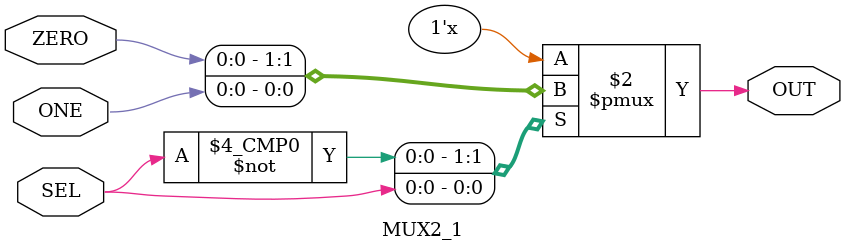
<source format=sv>
`timescale 1ns / 1ps

(* DONT_TOUCH = "yes" *)
module MUX2_1(
    input ZERO,
    input ONE,
    input SEL,
    output logic OUT
    );
    
    always_comb
    begin
        case(SEL)
            1'b0: OUT <= ZERO;
            1'b1: OUT <= ONE;
            default: OUT <= ZERO;
        endcase
   end
endmodule

</source>
